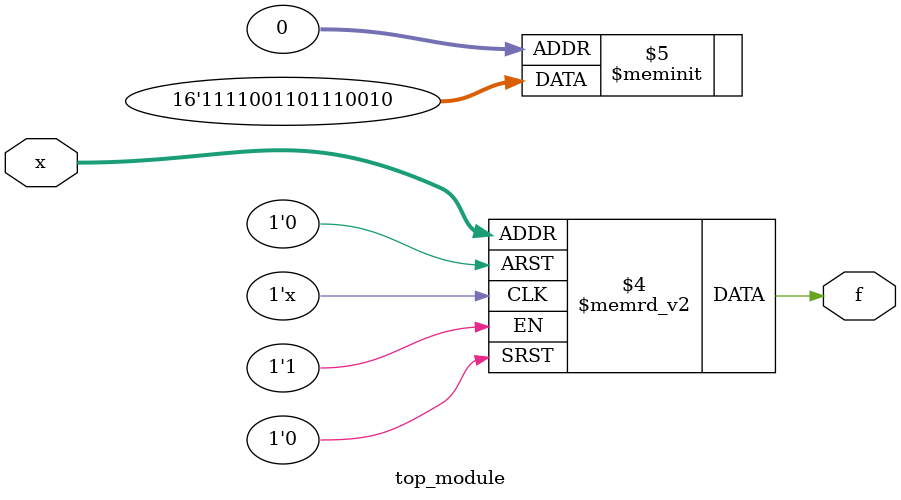
<source format=sv>
module top_module (
    input [4:1] x,
    output logic f
);

always_comb begin
    case (x)
        4'b0001, 4'b0101, 4'b1000, 4'b1100: f = 1'b1; // Corrected the case statements
        4'b0010, 4'b0011, 4'b1010, 4'b1011: f = 1'b0;
        4'b0100, 4'b0110, 4'b1001, 4'b1101: f = 1'b1; // Corrected the case statements
        4'b1111, 4'b1110, 4'b1010, 4'b1000: f = 1'b1; // Added additional case statements for don't-care conditions
        default: f = 1'b0;
    endcase
end

endmodule

</source>
